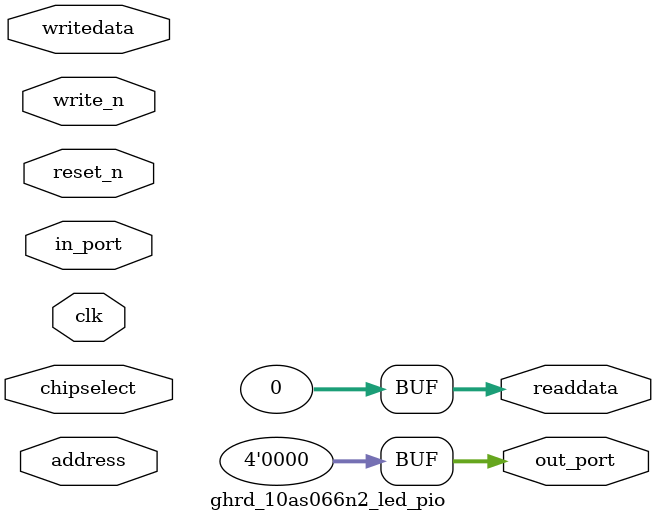
<source format=v>
module ghrd_10as066n2_led_pio(	// file.cleaned.mlir:2:3
  input         clk,	// file.cleaned.mlir:2:40
  input  [3:0]  in_port,	// file.cleaned.mlir:2:54
  input         reset_n,	// file.cleaned.mlir:2:72
  input  [1:0]  address,	// file.cleaned.mlir:2:90
  input         write_n,	// file.cleaned.mlir:2:108
  input  [31:0] writedata,	// file.cleaned.mlir:2:126
  input         chipselect,	// file.cleaned.mlir:2:147
  output [3:0]  out_port,	// file.cleaned.mlir:2:169
  output [31:0] readdata	// file.cleaned.mlir:2:188
);

  assign out_port = 4'h0;	// file.cleaned.mlir:3:14, :5:5
  assign readdata = 32'h0;	// file.cleaned.mlir:4:15, :5:5
endmodule


</source>
